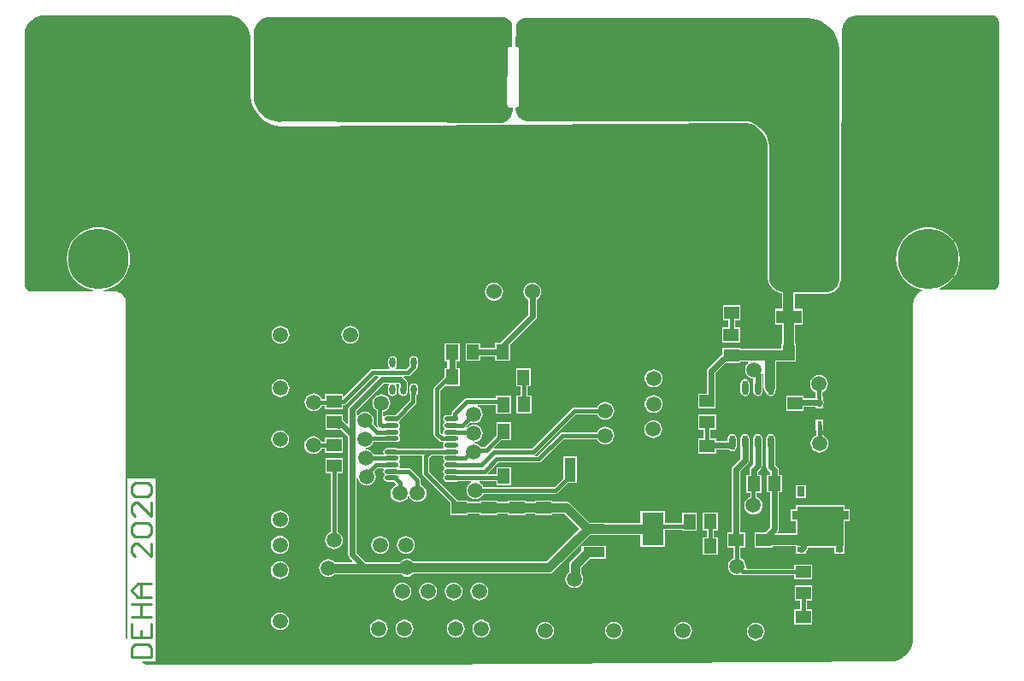
<source format=gtl>
G04*
G04 #@! TF.GenerationSoftware,Altium Limited,Altium Designer,19.1.9 (167)*
G04*
G04 Layer_Physical_Order=1*
G04 Layer_Color=255*
%FSLAX44Y44*%
%MOMM*%
G71*
G01*
G75*
G04:AMPARAMS|DCode=10|XSize=10.524mm|YSize=6.524mm|CornerRadius=3.262mm|HoleSize=0mm|Usage=FLASHONLY|Rotation=180.000|XOffset=0mm|YOffset=0mm|HoleType=Round|Shape=RoundedRectangle|*
%AMROUNDEDRECTD10*
21,1,10.5240,0.0000,0,0,180.0*
21,1,4.0000,6.5240,0,0,180.0*
1,1,6.5240,-2.0000,0.0000*
1,1,6.5240,2.0000,0.0000*
1,1,6.5240,2.0000,0.0000*
1,1,6.5240,-2.0000,0.0000*
%
%ADD10ROUNDEDRECTD10*%
%ADD11R,0.4950X0.9050*%
%ADD12R,0.7500X0.5750*%
%ADD13R,4.5600X3.9550*%
%ADD14R,0.7500X1.0000*%
%ADD15O,0.6000X1.0000*%
%ADD16O,0.6000X1.4500*%
%ADD17R,3.2000X2.5100*%
%ADD18O,1.4000X0.4500*%
%ADD19R,1.1400X2.4300*%
%ADD20R,2.1500X1.0000*%
%ADD21R,2.1500X3.2500*%
%ADD22R,0.4500X0.8500*%
%ADD23R,1.2500X1.5000*%
%ADD24R,1.5000X1.2000*%
%ADD25R,2.5000X1.3000*%
G04:AMPARAMS|DCode=26|XSize=10mm|YSize=6mm|CornerRadius=3mm|HoleSize=0mm|Usage=FLASHONLY|Rotation=0.000|XOffset=0mm|YOffset=0mm|HoleType=Round|Shape=RoundedRectangle|*
%AMROUNDEDRECTD26*
21,1,10.0000,0.0000,0,0,0.0*
21,1,4.0000,6.0000,0,0,0.0*
1,1,6.0000,2.0000,0.0000*
1,1,6.0000,-2.0000,0.0000*
1,1,6.0000,-2.0000,0.0000*
1,1,6.0000,2.0000,0.0000*
%
%ADD26ROUNDEDRECTD26*%
%ADD27R,1.5000X1.2500*%
%ADD28C,0.6000*%
%ADD29C,1.0000*%
%ADD30C,0.4000*%
%ADD31C,0.9000*%
%ADD32C,0.2540*%
%ADD33C,1.5240*%
%ADD34C,6.0000*%
%ADD35C,1.5000*%
G04:AMPARAMS|DCode=36|XSize=5.97mm|YSize=2.043mm|CornerRadius=1.0215mm|HoleSize=0mm|Usage=FLASHONLY|Rotation=0.000|XOffset=0mm|YOffset=0mm|HoleType=Round|Shape=RoundedRectangle|*
%AMROUNDEDRECTD36*
21,1,5.9700,0.0000,0,0,0.0*
21,1,3.9270,2.0430,0,0,0.0*
1,1,2.0430,1.9635,0.0000*
1,1,2.0430,-1.9635,0.0000*
1,1,2.0430,-1.9635,0.0000*
1,1,2.0430,1.9635,0.0000*
%
%ADD36ROUNDEDRECTD36*%
G36*
X751482Y1164750D02*
X751482Y1164750D01*
X980250Y1164750D01*
X981087Y1164750D01*
X982729Y1164423D01*
X984276Y1163783D01*
X985668Y1162852D01*
X986852Y1161668D01*
X987783Y1160276D01*
X988423Y1158729D01*
X988681Y1157431D01*
X988750Y1156251D01*
Y1156250D01*
X988750D01*
X988750Y1156250D01*
Y1150750D01*
X988890Y1136742D01*
X987996Y1135840D01*
X987000D01*
X986509Y1135742D01*
X986020Y1135647D01*
X986015Y1135644D01*
X986009Y1135643D01*
X985593Y1135365D01*
X985177Y1135090D01*
X985174Y1135085D01*
X985169Y1135081D01*
X984892Y1134667D01*
X984612Y1134252D01*
X984611Y1134246D01*
X984607Y1134241D01*
X984510Y1133752D01*
X984410Y1133262D01*
X984160Y1078262D01*
X984161Y1078256D01*
X984160Y1078250D01*
X984258Y1077759D01*
X984353Y1077270D01*
X984356Y1077265D01*
X984357Y1077259D01*
X984635Y1076843D01*
X984911Y1076427D01*
X984915Y1076424D01*
X984919Y1076419D01*
X985332Y1076143D01*
X985748Y1075862D01*
X985754Y1075861D01*
X985759Y1075857D01*
X986248Y1075760D01*
X986738Y1075660D01*
X986744Y1075661D01*
X986750Y1075660D01*
X989498D01*
X989500Y1075500D01*
X989685Y1074275D01*
X989599Y1071797D01*
X989061Y1069378D01*
X988087Y1067098D01*
X986712Y1065035D01*
X984982Y1063260D01*
X982956Y1061832D01*
X980702Y1060800D01*
X979500Y1060500D01*
X979500Y1060500D01*
X979500Y1060500D01*
X760769Y1061430D01*
X758935Y1061298D01*
X755266Y1061561D01*
X751673Y1062344D01*
X748228Y1063633D01*
X745002Y1065399D01*
X742061Y1067609D01*
X739466Y1070215D01*
X737270Y1073165D01*
X735517Y1076398D01*
X734243Y1079848D01*
X733475Y1083445D01*
X733227Y1087115D01*
X733367Y1088948D01*
X733367Y1088948D01*
X733367Y1149466D01*
Y1151159D01*
X734098Y1154465D01*
X735524Y1157535D01*
X737580Y1160225D01*
X740167Y1162408D01*
X743165Y1163981D01*
X746432Y1164871D01*
X749813Y1165034D01*
X751482Y1164750D01*
D02*
G37*
G36*
X1280875Y1163875D02*
X1280875Y1163875D01*
X1280875Y1163875D01*
X1282985Y1163875D01*
X1287170Y1163324D01*
X1291247Y1162232D01*
X1295146Y1160616D01*
X1298802Y1158506D01*
X1302150Y1155937D01*
X1305135Y1152952D01*
X1307704Y1149604D01*
X1309815Y1145948D01*
X1311430Y1142049D01*
X1312522Y1137972D01*
X1313073Y1133787D01*
X1313073Y1131677D01*
X1313073Y905823D01*
X1313073Y905823D01*
X1313073Y904511D01*
X1312561Y901937D01*
X1311557Y899512D01*
X1310099Y897330D01*
X1308243Y895474D01*
X1306061Y894016D01*
X1303636Y893012D01*
X1301062Y892500D01*
X1299750Y892500D01*
X1258748Y892500D01*
X1258748Y892500D01*
X1257246Y892500D01*
X1254301Y893086D01*
X1251525Y894235D01*
X1249028Y895904D01*
X1246904Y898028D01*
X1245235Y900526D01*
X1244086Y903301D01*
X1243500Y906247D01*
X1243500Y907748D01*
X1243500Y1035500D01*
X1243500D01*
X1243443Y1037233D01*
X1242991Y1040670D01*
X1242094Y1044018D01*
X1240767Y1047221D01*
X1239034Y1050223D01*
X1236924Y1052973D01*
X1234473Y1055424D01*
X1231723Y1057534D01*
X1228721Y1059267D01*
X1225518Y1060594D01*
X1222170Y1061491D01*
X1218733Y1061943D01*
X1217000Y1062000D01*
X1032250Y1062000D01*
X1005000D01*
X1003742Y1061992D01*
X1001272Y1062472D01*
X998945Y1063428D01*
X996851Y1064823D01*
X995072Y1066602D01*
X993678Y1068695D01*
X992722Y1071022D01*
X992243Y1073492D01*
X992255Y1075660D01*
X993250D01*
X994241Y1075857D01*
X995081Y1076419D01*
X995643Y1077259D01*
X995840Y1078250D01*
Y1133250D01*
X995643Y1134241D01*
X995081Y1135081D01*
X994241Y1135643D01*
X993250Y1135840D01*
X992618Y1136475D01*
X992729Y1154975D01*
X992729Y1154975D01*
X992729Y1154976D01*
X992796Y1156157D01*
X993082Y1157563D01*
X993755Y1159177D01*
X994727Y1160630D01*
X995963Y1161868D01*
X997415Y1162843D01*
X999027Y1163518D01*
X1000741Y1163869D01*
X1001615Y1163875D01*
X1280875Y1163875D01*
D02*
G37*
G36*
X1330763Y1166511D02*
X1466710Y1166487D01*
X1468706Y1164956D01*
X1470314Y1162860D01*
X1471325Y1160419D01*
X1471666Y1157828D01*
X1471660Y1157800D01*
Y1144000D01*
Y911500D01*
Y903849D01*
X1471666Y903821D01*
X1471325Y901230D01*
X1470314Y898789D01*
X1468706Y896693D01*
X1466787Y895221D01*
X1412021Y894947D01*
X1411765Y896216D01*
X1414990Y897552D01*
X1419187Y900124D01*
X1422930Y903320D01*
X1426126Y907063D01*
X1428698Y911260D01*
X1430582Y915807D01*
X1431730Y920593D01*
X1432117Y925500D01*
X1431730Y930407D01*
X1430582Y935193D01*
X1428698Y939740D01*
X1426126Y943937D01*
X1422930Y947680D01*
X1419187Y950876D01*
X1414990Y953448D01*
X1410443Y955331D01*
X1405657Y956480D01*
X1400750Y956867D01*
X1395843Y956480D01*
X1391057Y955331D01*
X1386510Y953448D01*
X1382313Y950876D01*
X1378570Y947680D01*
X1375374Y943937D01*
X1372802Y939740D01*
X1370918Y935193D01*
X1369769Y930407D01*
X1369383Y925500D01*
X1369769Y920593D01*
X1370918Y915807D01*
X1372802Y911260D01*
X1375374Y907063D01*
X1378570Y903320D01*
X1382313Y900124D01*
X1386510Y897552D01*
X1391057Y895668D01*
X1394766Y894778D01*
X1394873Y893446D01*
X1393895Y893037D01*
X1391382Y891347D01*
X1389246Y889200D01*
X1387569Y886679D01*
X1386413Y883880D01*
X1385824Y880909D01*
X1385750Y879395D01*
X1385750Y548576D01*
X1385749Y548575D01*
X1385748Y546420D01*
X1384911Y542192D01*
X1383268Y538206D01*
X1380883Y534616D01*
X1377845Y531558D01*
X1374272Y529147D01*
X1370298Y527477D01*
X1366076Y526611D01*
X1363920Y526596D01*
X890734Y523340D01*
X627543D01*
X626819Y523534D01*
X623180Y525041D01*
X622380Y525503D01*
X622709Y526730D01*
X635520D01*
Y707627D01*
X607906D01*
Y548738D01*
X606636Y548654D01*
X606449Y550082D01*
Y552051D01*
X606449Y627750D01*
X606447Y882301D01*
X606447Y882301D01*
X606447Y882301D01*
X606447Y882307D01*
X606395Y883374D01*
X606370Y883500D01*
X605976Y885479D01*
X605155Y887462D01*
X603963Y889247D01*
X602445Y890765D01*
X600660Y891958D01*
X598677Y892779D01*
X596572Y893198D01*
X595499Y893251D01*
X584220Y893251D01*
X584157Y894520D01*
X588943Y895668D01*
X593490Y897552D01*
X597687Y900124D01*
X601430Y903320D01*
X604626Y907063D01*
X607198Y911260D01*
X609081Y915807D01*
X610230Y920593D01*
X610617Y925500D01*
X610230Y930407D01*
X609081Y935193D01*
X607198Y939740D01*
X604626Y943937D01*
X601430Y947680D01*
X597687Y950876D01*
X593490Y953448D01*
X588943Y955331D01*
X584157Y956480D01*
X579250Y956867D01*
X574343Y956480D01*
X569557Y955331D01*
X565010Y953448D01*
X560813Y950876D01*
X557070Y947680D01*
X553874Y943937D01*
X551302Y939740D01*
X549418Y935193D01*
X548270Y930407D01*
X547883Y925500D01*
X548270Y920593D01*
X549418Y915807D01*
X551302Y911260D01*
X553874Y907063D01*
X557070Y903320D01*
X560813Y900124D01*
X565010Y897552D01*
X569557Y895668D01*
X574343Y894520D01*
X574283Y893250D01*
X511342Y893249D01*
X510890Y893436D01*
X508794Y895044D01*
X507186Y897140D01*
X506175Y899581D01*
X505834Y902172D01*
X505840Y902200D01*
Y911000D01*
Y1150405D01*
X506259Y1152514D01*
X507749Y1156110D01*
X509911Y1159346D01*
X512664Y1162099D01*
X515900Y1164261D01*
X519496Y1165751D01*
X523314Y1166510D01*
X525260Y1166510D01*
X706739Y1166510D01*
X706739Y1166510D01*
Y1166510D01*
X709030Y1166510D01*
X713524Y1165617D01*
X717757Y1163863D01*
X721567Y1161318D01*
X724807Y1158078D01*
X727353Y1154268D01*
X729106Y1150035D01*
X730000Y1145541D01*
Y1143250D01*
Y1088300D01*
X730067Y1086240D01*
X730604Y1082155D01*
X731668Y1078175D01*
X733242Y1074367D01*
X735299Y1070797D01*
X737803Y1067525D01*
X740712Y1064608D01*
X743977Y1062094D01*
X747541Y1060027D01*
X751344Y1058443D01*
X755321Y1057367D01*
X759405Y1056818D01*
X761464Y1056745D01*
X1220668Y1060302D01*
X1221901Y1060140D01*
X1225075Y1059289D01*
X1228111Y1058032D01*
X1230957Y1056388D01*
X1233564Y1054388D01*
X1235888Y1052064D01*
X1237888Y1049457D01*
X1239532Y1046611D01*
X1240789Y1043575D01*
X1241640Y1040401D01*
X1242072Y1037121D01*
X1242125Y1035477D01*
X1242125Y907748D01*
X1242125Y906247D01*
X1242179Y906116D01*
X1242152Y905978D01*
X1242738Y903032D01*
X1242816Y902915D01*
Y902775D01*
X1243965Y899999D01*
X1244065Y899900D01*
X1244092Y899762D01*
X1245761Y897264D01*
X1245878Y897186D01*
X1245932Y897056D01*
X1248056Y894932D01*
X1248186Y894878D01*
X1248264Y894761D01*
X1250762Y893092D01*
X1250900Y893065D01*
X1250999Y892965D01*
X1253774Y891816D01*
X1253915D01*
X1254032Y891738D01*
X1256170Y891312D01*
Y876020D01*
X1249230D01*
Y860480D01*
X1256607D01*
Y841477D01*
X1255230D01*
Y836361D01*
X1215020D01*
Y837270D01*
X1197480D01*
Y831275D01*
X1196390Y830547D01*
X1183212Y817369D01*
X1182268Y815956D01*
X1181936Y814290D01*
Y792075D01*
X1173020D01*
Y777035D01*
X1190560D01*
Y787384D01*
X1190644Y787805D01*
Y812487D01*
X1200387Y822230D01*
X1215020D01*
Y823575D01*
X1222258D01*
X1222689Y822305D01*
X1222245Y821965D01*
X1220839Y820133D01*
X1219956Y817999D01*
X1219654Y815710D01*
X1219956Y813421D01*
X1220839Y811287D01*
X1222245Y809455D01*
X1224077Y808049D01*
X1226211Y807166D01*
X1227946Y806937D01*
Y793750D01*
X1228278Y792084D01*
X1229221Y790671D01*
X1230634Y789728D01*
X1232300Y789396D01*
X1233966Y789728D01*
X1235378Y790671D01*
X1236322Y792084D01*
X1236654Y793750D01*
Y802250D01*
Y810016D01*
X1236387Y811358D01*
X1236691Y811766D01*
X1237961Y811345D01*
Y798647D01*
X1238447Y796200D01*
X1239833Y794126D01*
X1240685Y793557D01*
X1240978Y792084D01*
X1241921Y790671D01*
X1243334Y789728D01*
X1245000Y789396D01*
X1246666Y789728D01*
X1248079Y790671D01*
X1249022Y792084D01*
X1249354Y793750D01*
Y794845D01*
X1250259Y796200D01*
X1250746Y798647D01*
Y823575D01*
X1261261D01*
X1263082Y823938D01*
X1270270D01*
Y841477D01*
X1269393D01*
Y860480D01*
X1276770D01*
Y876020D01*
X1268955D01*
Y891125D01*
X1299750Y891125D01*
X1301062Y891125D01*
X1301192Y891179D01*
X1301330Y891152D01*
X1303904Y891664D01*
X1304021Y891742D01*
X1304162D01*
X1306587Y892746D01*
X1306687Y892846D01*
X1306825Y892873D01*
X1309007Y894331D01*
X1309085Y894448D01*
X1309215Y894502D01*
X1311071Y896358D01*
X1311125Y896488D01*
X1311242Y896566D01*
X1312700Y898748D01*
X1312727Y898887D01*
X1312827Y898986D01*
X1313831Y901411D01*
Y901552D01*
X1313909Y901669D01*
X1314421Y904243D01*
X1314394Y904381D01*
X1314448Y904511D01*
X1314448Y905823D01*
X1314448Y905823D01*
X1314448Y1061028D01*
X1315500Y1061037D01*
X1315500Y1151251D01*
X1315500Y1151251D01*
X1315500Y1151251D01*
X1315500Y1152754D01*
X1316086Y1155703D01*
X1317237Y1158480D01*
X1318907Y1160980D01*
X1321033Y1163105D01*
X1323533Y1164775D01*
X1326311Y1165926D01*
X1329260Y1166512D01*
X1330763Y1166511D01*
D02*
G37*
%LPC*%
G36*
X971020Y901971D02*
X968699Y901665D01*
X966537Y900769D01*
X964680Y899344D01*
X963255Y897487D01*
X962359Y895325D01*
X962053Y893004D01*
X962359Y890683D01*
X963255Y888521D01*
X964680Y886664D01*
X966537Y885239D01*
X968699Y884343D01*
X971020Y884037D01*
X973341Y884343D01*
X975503Y885239D01*
X977360Y886664D01*
X978785Y888521D01*
X979681Y890683D01*
X979987Y893004D01*
X979681Y895325D01*
X978785Y897487D01*
X977360Y899344D01*
X975503Y900769D01*
X973341Y901665D01*
X971020Y901971D01*
D02*
G37*
G36*
X1215270Y879812D02*
X1197730D01*
Y864772D01*
X1203166D01*
Y857770D01*
X1197230D01*
Y842730D01*
X1214770D01*
Y857770D01*
X1209834D01*
Y864772D01*
X1215270D01*
Y879812D01*
D02*
G37*
G36*
X828750Y859261D02*
X826461Y858959D01*
X824327Y858076D01*
X822495Y856670D01*
X821089Y854838D01*
X820206Y852704D01*
X819904Y850415D01*
X820206Y848126D01*
X821089Y845992D01*
X822495Y844160D01*
X824327Y842755D01*
X826461Y841871D01*
X828750Y841569D01*
X831039Y841871D01*
X833173Y842755D01*
X835005Y844160D01*
X836411Y845992D01*
X837294Y848126D01*
X837596Y850415D01*
X837294Y852704D01*
X836411Y854838D01*
X835005Y856670D01*
X833173Y858076D01*
X831039Y858959D01*
X828750Y859261D01*
D02*
G37*
G36*
X759500D02*
X757211Y858959D01*
X755077Y858076D01*
X753245Y856670D01*
X751840Y854838D01*
X750956Y852704D01*
X750654Y850415D01*
X750956Y848126D01*
X751840Y845992D01*
X753245Y844160D01*
X755077Y842755D01*
X757211Y841871D01*
X759500Y841569D01*
X761789Y841871D01*
X763923Y842755D01*
X765755Y844160D01*
X767161Y845992D01*
X768044Y848126D01*
X768346Y850415D01*
X768044Y852704D01*
X767161Y854838D01*
X765755Y856670D01*
X763923Y858076D01*
X761789Y858959D01*
X759500Y859261D01*
D02*
G37*
G36*
X1009020Y901971D02*
X1006699Y901665D01*
X1004537Y900769D01*
X1002680Y899344D01*
X1001255Y897487D01*
X1000359Y895325D01*
X1000053Y893004D01*
X1000359Y890683D01*
X1001255Y888521D01*
X1002680Y886664D01*
X1004537Y885239D01*
X1004666Y885185D01*
Y870323D01*
X976672Y842328D01*
X976632Y842270D01*
X972230D01*
Y837729D01*
X957770D01*
Y842020D01*
X942730D01*
Y824480D01*
X957770D01*
Y829021D01*
X972230D01*
Y824730D01*
X987270D01*
Y840613D01*
X1012098Y865442D01*
X1013042Y866854D01*
X1013374Y868520D01*
Y885185D01*
X1013503Y885239D01*
X1015360Y886664D01*
X1016785Y888521D01*
X1017681Y890683D01*
X1017987Y893004D01*
X1017681Y895325D01*
X1016785Y897487D01*
X1015360Y899344D01*
X1013503Y900769D01*
X1011341Y901665D01*
X1009020Y901971D01*
D02*
G37*
G36*
X1129000Y816096D02*
X1126711Y815794D01*
X1124577Y814911D01*
X1122745Y813505D01*
X1121339Y811673D01*
X1120456Y809539D01*
X1120154Y807250D01*
X1120456Y804961D01*
X1121339Y802827D01*
X1122745Y800995D01*
X1124577Y799589D01*
X1126711Y798706D01*
X1129000Y798404D01*
X1131289Y798706D01*
X1133423Y799589D01*
X1135255Y800995D01*
X1136661Y802827D01*
X1137544Y804961D01*
X1137846Y807250D01*
X1137544Y809539D01*
X1136661Y811673D01*
X1135255Y813505D01*
X1133423Y814911D01*
X1131289Y815794D01*
X1129000Y816096D01*
D02*
G37*
G36*
X1219600Y806604D02*
X1217934Y806272D01*
X1216522Y805329D01*
X1215578Y803916D01*
X1215246Y802250D01*
Y793750D01*
X1215578Y792084D01*
X1216522Y790671D01*
X1217934Y789728D01*
X1219600Y789396D01*
X1221266Y789728D01*
X1222679Y790671D01*
X1223622Y792084D01*
X1223954Y793750D01*
Y802250D01*
X1223622Y803916D01*
X1222679Y805329D01*
X1221266Y806272D01*
X1219600Y806604D01*
D02*
G37*
G36*
X759500Y806178D02*
X757211Y805877D01*
X755077Y804993D01*
X753245Y803587D01*
X751840Y801755D01*
X750956Y799622D01*
X750654Y797333D01*
X750956Y795043D01*
X751840Y792910D01*
X753245Y791078D01*
X755077Y789672D01*
X757211Y788788D01*
X759500Y788487D01*
X761789Y788788D01*
X763923Y789672D01*
X765755Y791078D01*
X767161Y792910D01*
X768044Y795043D01*
X768346Y797333D01*
X768044Y799622D01*
X767161Y801755D01*
X765755Y803587D01*
X763923Y804993D01*
X761789Y805877D01*
X759500Y806178D01*
D02*
G37*
G36*
X1293000Y810346D02*
X1290711Y810044D01*
X1288577Y809161D01*
X1286745Y807755D01*
X1285340Y805923D01*
X1284456Y803790D01*
X1284154Y801500D01*
X1284456Y799211D01*
X1285340Y797077D01*
X1286745Y795245D01*
X1288577Y793839D01*
X1289666Y793389D01*
Y788115D01*
X1288466Y787636D01*
X1277813D01*
Y789730D01*
X1260273D01*
Y774690D01*
X1277813D01*
Y778929D01*
X1289740D01*
Y777763D01*
X1296780D01*
Y780865D01*
X1297282Y781616D01*
X1297614Y783282D01*
X1297282Y784949D01*
X1296780Y785700D01*
Y788802D01*
X1296334D01*
Y793389D01*
X1297423Y793839D01*
X1299255Y795245D01*
X1300661Y797077D01*
X1301544Y799211D01*
X1301846Y801500D01*
X1301544Y803790D01*
X1300661Y805923D01*
X1299255Y807755D01*
X1297423Y809161D01*
X1295289Y810044D01*
X1293000Y810346D01*
D02*
G37*
G36*
X1129000Y790596D02*
X1126711Y790294D01*
X1124577Y789411D01*
X1122745Y788005D01*
X1121339Y786173D01*
X1120456Y784039D01*
X1120154Y781750D01*
X1120456Y779461D01*
X1121339Y777327D01*
X1122745Y775495D01*
X1124577Y774089D01*
X1126711Y773206D01*
X1129000Y772904D01*
X1131289Y773206D01*
X1133423Y774089D01*
X1135255Y775495D01*
X1136661Y777327D01*
X1137544Y779461D01*
X1137846Y781750D01*
X1137544Y784039D01*
X1136661Y786173D01*
X1135255Y788005D01*
X1133423Y789411D01*
X1131289Y790294D01*
X1129000Y790596D01*
D02*
G37*
G36*
X1007770Y816770D02*
X992730D01*
Y799230D01*
X997416D01*
Y790020D01*
X993230D01*
Y772480D01*
X1008270D01*
Y790020D01*
X1004084D01*
Y799230D01*
X1007770D01*
Y816770D01*
D02*
G37*
G36*
X1128750Y765596D02*
X1126461Y765294D01*
X1124327Y764411D01*
X1122495Y763005D01*
X1121089Y761173D01*
X1120206Y759040D01*
X1119904Y756750D01*
X1120206Y754461D01*
X1121089Y752327D01*
X1122495Y750495D01*
X1124327Y749090D01*
X1126461Y748206D01*
X1128750Y747904D01*
X1131039Y748206D01*
X1133173Y749090D01*
X1135005Y750495D01*
X1136411Y752327D01*
X1137294Y754461D01*
X1137596Y756750D01*
X1137294Y759040D01*
X1136411Y761173D01*
X1135005Y763005D01*
X1133173Y764411D01*
X1131039Y765294D01*
X1128750Y765596D01*
D02*
G37*
G36*
X937270Y841770D02*
X922230D01*
Y824230D01*
X924896D01*
Y817270D01*
X921730D01*
Y808445D01*
X912142Y798857D01*
X911420Y797776D01*
X911166Y796500D01*
Y752250D01*
X911420Y750974D01*
X912142Y749893D01*
X916892Y745143D01*
X917974Y744420D01*
X919250Y744166D01*
X920355D01*
X921033Y742896D01*
X920684Y742374D01*
X920411Y741000D01*
X920684Y739627D01*
X921033Y739104D01*
X920355Y737834D01*
X875781D01*
X874500Y738089D01*
X865000D01*
X863627Y737816D01*
X862462Y737038D01*
X861684Y735873D01*
X861411Y734500D01*
X861684Y733127D01*
X862033Y732604D01*
X861355Y731334D01*
X851978D01*
X851527Y732423D01*
X850122Y734255D01*
X848289Y735661D01*
X846156Y736544D01*
X844245Y736796D01*
Y738077D01*
X845587Y738254D01*
X847721Y739137D01*
X849553Y740543D01*
X850958Y742375D01*
X851740Y744262D01*
X863511D01*
X863627Y744184D01*
X865000Y743911D01*
X874500D01*
X875873Y744184D01*
X877038Y744962D01*
X877816Y746127D01*
X878089Y747500D01*
X877816Y748874D01*
X877085Y749967D01*
X876922Y750324D01*
Y751385D01*
X877038Y751462D01*
X877816Y752627D01*
X878089Y754000D01*
X877816Y755374D01*
X877085Y756467D01*
X876922Y756824D01*
Y757676D01*
X877085Y758034D01*
X877816Y759127D01*
X878089Y760500D01*
X877816Y761873D01*
X877038Y763038D01*
X876922Y763115D01*
Y764385D01*
X877038Y764462D01*
X877816Y765627D01*
X877871Y765906D01*
X893357Y781393D01*
X894080Y782474D01*
X894334Y783750D01*
Y790508D01*
X894578Y790671D01*
X895522Y792084D01*
X895854Y793750D01*
Y797750D01*
X895522Y799416D01*
X894578Y800828D01*
X893166Y801772D01*
X891500Y802104D01*
X889834Y801772D01*
X888421Y800828D01*
X887478Y799416D01*
X887146Y797750D01*
Y793750D01*
X887478Y792084D01*
X887666Y791802D01*
Y785131D01*
X873124Y770589D01*
X865000D01*
X863627Y770316D01*
X862604Y769633D01*
X861977Y769795D01*
X861334Y770135D01*
Y774146D01*
X861789Y774206D01*
X863923Y775089D01*
X865755Y776495D01*
X867161Y778327D01*
X868044Y780461D01*
X868346Y782750D01*
X868044Y785039D01*
X867161Y787173D01*
X865755Y789005D01*
X863923Y790411D01*
X861789Y791294D01*
X859500Y791596D01*
X857211Y791294D01*
X855077Y790411D01*
X853245Y789005D01*
X851839Y787173D01*
X850956Y785039D01*
X850654Y782750D01*
X850956Y780461D01*
X851839Y778327D01*
X853245Y776495D01*
X854666Y775405D01*
Y762250D01*
X854920Y760974D01*
X855642Y759893D01*
X855999Y759536D01*
X855581Y758158D01*
X855353Y758112D01*
X851343Y762122D01*
X851794Y763211D01*
X852096Y765500D01*
X851794Y767789D01*
X850911Y769923D01*
X849505Y771755D01*
X847673Y773161D01*
X845539Y774044D01*
X843250Y774346D01*
X840961Y774044D01*
X838827Y773161D01*
X836995Y771755D01*
X836374Y770945D01*
X835104Y771376D01*
Y774697D01*
X862303Y801896D01*
X866734D01*
X867058Y801393D01*
X867287Y800626D01*
X866478Y799416D01*
X866146Y797750D01*
Y793750D01*
X866478Y792084D01*
X867421Y790671D01*
X868834Y789728D01*
X870500Y789396D01*
X872166Y789728D01*
X873578Y790671D01*
X874522Y792084D01*
X874854Y793750D01*
Y797750D01*
X874522Y799416D01*
X873714Y800626D01*
X873942Y801393D01*
X874266Y801896D01*
X875697D01*
X876661Y800932D01*
Y797824D01*
X876646Y797750D01*
Y793750D01*
X876978Y792084D01*
X877922Y790671D01*
X879334Y789728D01*
X881000Y789396D01*
X882666Y789728D01*
X884079Y790671D01*
X885022Y792084D01*
X885354Y793750D01*
Y797691D01*
X885368Y797765D01*
Y802735D01*
X885037Y804401D01*
X884093Y805814D01*
X881511Y808396D01*
X882037Y809666D01*
X885750D01*
X887026Y809920D01*
X888108Y810642D01*
X893857Y816393D01*
X894580Y817474D01*
X894637Y817759D01*
X895522Y819084D01*
X895854Y820750D01*
Y824750D01*
X895522Y826416D01*
X894578Y827829D01*
X893166Y828772D01*
X891500Y829104D01*
X889834Y828772D01*
X888421Y827829D01*
X887478Y826416D01*
X887146Y824750D01*
Y820750D01*
X887418Y819383D01*
X884369Y816334D01*
X873863D01*
X873477Y817604D01*
X873578Y817672D01*
X874522Y819084D01*
X874854Y820750D01*
Y824750D01*
X874522Y826416D01*
X873578Y827829D01*
X872166Y828772D01*
X870500Y829104D01*
X868834Y828772D01*
X867421Y827829D01*
X866478Y826416D01*
X866146Y824750D01*
Y820750D01*
X866478Y819084D01*
X867421Y817672D01*
X867522Y817604D01*
X867137Y816334D01*
X851000D01*
X849724Y816080D01*
X848643Y815358D01*
X822443Y789158D01*
X821270Y789644D01*
Y791520D01*
X803730D01*
Y786834D01*
X800362D01*
X799911Y787923D01*
X798505Y789755D01*
X796673Y791161D01*
X794539Y792044D01*
X792250Y792346D01*
X789961Y792044D01*
X787827Y791161D01*
X785995Y789755D01*
X784589Y787923D01*
X783706Y785789D01*
X783404Y783500D01*
X783706Y781211D01*
X784589Y779077D01*
X785995Y777245D01*
X787827Y775839D01*
X789961Y774956D01*
X792250Y774654D01*
X794539Y774956D01*
X796673Y775839D01*
X798505Y777245D01*
X799911Y779077D01*
X800362Y780166D01*
X803730D01*
Y776480D01*
X821270D01*
Y780666D01*
X822000D01*
X823276Y780920D01*
X824358Y781643D01*
X852381Y809666D01*
X855963D01*
X856489Y808396D01*
X827672Y779578D01*
X826728Y778166D01*
X826396Y776500D01*
Y762920D01*
X825223Y762434D01*
X822328Y765329D01*
X821520Y765869D01*
Y771020D01*
X803980D01*
Y755980D01*
X816830D01*
X817250Y755896D01*
X817671Y755980D01*
X819363D01*
X826396Y748947D01*
Y632500D01*
X826728Y630834D01*
X827672Y629422D01*
X830662Y626431D01*
X830176Y625258D01*
X813194D01*
X813005Y625505D01*
X811173Y626911D01*
X809040Y627794D01*
X806750Y628096D01*
X804461Y627794D01*
X802327Y626911D01*
X800495Y625505D01*
X799090Y623673D01*
X798206Y621539D01*
X797904Y619250D01*
X798206Y616961D01*
X799090Y614827D01*
X800495Y612995D01*
X802327Y611590D01*
X804461Y610706D01*
X806750Y610404D01*
X809040Y610706D01*
X811173Y611590D01*
X813005Y612995D01*
X813386Y613492D01*
X878306D01*
X878495Y613245D01*
X880327Y611839D01*
X882461Y610956D01*
X884750Y610654D01*
X887039Y610956D01*
X889173Y611839D01*
X891005Y613245D01*
X891290Y613617D01*
X1025500D01*
X1025500Y613617D01*
X1027751Y614065D01*
X1029660Y615340D01*
X1066050Y651730D01*
X1081770D01*
Y652117D01*
X1116230D01*
Y640480D01*
X1140270D01*
Y657436D01*
X1157040D01*
Y656250D01*
X1172080D01*
Y673790D01*
X1157040D01*
Y664104D01*
X1140270D01*
Y675520D01*
X1116230D01*
Y663883D01*
X1081770D01*
Y664270D01*
X1066050D01*
X1047410Y682910D01*
X1045501Y684185D01*
X1043250Y684633D01*
X1043250Y684633D01*
X1028943D01*
Y686270D01*
X1011403D01*
Y684633D01*
X1002443D01*
Y686270D01*
X984903D01*
Y684633D01*
X974503D01*
Y686270D01*
X956963D01*
Y684633D01*
X945063D01*
Y686270D01*
X934876D01*
X934651Y686608D01*
X906584Y714674D01*
Y728548D01*
X909202Y731166D01*
X920355D01*
X921033Y729896D01*
X920684Y729373D01*
X920411Y728000D01*
X920684Y726627D01*
X921462Y725462D01*
X921578Y725385D01*
Y724115D01*
X921462Y724038D01*
X920684Y722874D01*
X920411Y721500D01*
X920684Y720127D01*
X921415Y719034D01*
X921578Y718676D01*
Y717824D01*
X921415Y717467D01*
X920684Y716374D01*
X920411Y715000D01*
X920684Y713627D01*
X921462Y712462D01*
X921578Y712385D01*
Y711115D01*
X921462Y711038D01*
X920684Y709874D01*
X920411Y708500D01*
X920684Y707127D01*
X921462Y705962D01*
X922627Y705184D01*
X924000Y704911D01*
X933500D01*
X934781Y705166D01*
X947943D01*
X948195Y703896D01*
X948077Y703847D01*
X946245Y702441D01*
X944839Y700609D01*
X943956Y698476D01*
X943654Y696186D01*
X943956Y693897D01*
X944839Y691764D01*
X946245Y689932D01*
X948077Y688526D01*
X950211Y687642D01*
X952500Y687341D01*
X954790Y687642D01*
X956923Y688526D01*
X958755Y689932D01*
X960161Y691764D01*
X960612Y692852D01*
X1032386D01*
X1033662Y693106D01*
X1034744Y693829D01*
X1044245Y703330D01*
X1053470D01*
Y730170D01*
X1039530D01*
Y708045D01*
X1031005Y699520D01*
X960612D01*
X960161Y700609D01*
X958755Y702441D01*
X956923Y703847D01*
X956805Y703896D01*
X957057Y705166D01*
X973230D01*
Y701480D01*
X988270D01*
Y719020D01*
X973230D01*
Y711834D01*
X965095D01*
X964569Y713104D01*
X975131Y723666D01*
X1015500D01*
X1016776Y723920D01*
X1017858Y724642D01*
X1040381Y747166D01*
X1073139D01*
X1073589Y746077D01*
X1074995Y744245D01*
X1076827Y742840D01*
X1078961Y741956D01*
X1081250Y741654D01*
X1083540Y741956D01*
X1085673Y742840D01*
X1087505Y744245D01*
X1088911Y746077D01*
X1089794Y748211D01*
X1090096Y750500D01*
X1089794Y752790D01*
X1088911Y754923D01*
X1087505Y756755D01*
X1085673Y758161D01*
X1083540Y759044D01*
X1081250Y759346D01*
X1078961Y759044D01*
X1076827Y758161D01*
X1074995Y756755D01*
X1073589Y754923D01*
X1073139Y753834D01*
X1039000D01*
X1037724Y753580D01*
X1036643Y752858D01*
X1014119Y730334D01*
X1012061D01*
X1011676Y731604D01*
X1012108Y731892D01*
X1051881Y771666D01*
X1073139D01*
X1073589Y770577D01*
X1074995Y768745D01*
X1076827Y767339D01*
X1078961Y766456D01*
X1081250Y766154D01*
X1083540Y766456D01*
X1085673Y767339D01*
X1087505Y768745D01*
X1088911Y770577D01*
X1089794Y772711D01*
X1090096Y775000D01*
X1089794Y777290D01*
X1088911Y779423D01*
X1087505Y781255D01*
X1085673Y782661D01*
X1083540Y783544D01*
X1081250Y783846D01*
X1078961Y783544D01*
X1076827Y782661D01*
X1074995Y781255D01*
X1073589Y779423D01*
X1073139Y778334D01*
X1050500D01*
X1049224Y778080D01*
X1048142Y777358D01*
X1008369Y737584D01*
X971345D01*
X971158Y737802D01*
X970743Y738778D01*
X977945Y745980D01*
X988270D01*
Y763520D01*
X973230D01*
Y750695D01*
X961724Y739189D01*
X957881D01*
X957255Y740005D01*
X955423Y741411D01*
X953289Y742294D01*
X951844Y742485D01*
Y743765D01*
X953289Y743956D01*
X955423Y744839D01*
X957255Y746245D01*
X958661Y748077D01*
X959544Y750211D01*
X959846Y752500D01*
X959544Y754789D01*
X958661Y756923D01*
X957255Y758755D01*
X955423Y760161D01*
X953289Y761044D01*
X951000Y761346D01*
X948711Y761044D01*
X946577Y760161D01*
X944745Y758755D01*
X944092Y757903D01*
X943715Y757954D01*
X943261Y759296D01*
X947622Y763657D01*
X948711Y763206D01*
X951000Y762904D01*
X953289Y763206D01*
X955423Y764089D01*
X957255Y765495D01*
X958661Y767327D01*
X959544Y769461D01*
X959846Y771750D01*
X959544Y774039D01*
X958661Y776173D01*
X957255Y778005D01*
X955423Y779411D01*
X954855Y779646D01*
X955107Y780916D01*
X972730D01*
Y772230D01*
X987770D01*
Y789770D01*
X972730D01*
Y787584D01*
X944250D01*
X942974Y787330D01*
X941892Y786608D01*
X929893Y774608D01*
X929170Y773526D01*
X928916Y772250D01*
Y770589D01*
X924000D01*
X922627Y770316D01*
X921462Y769538D01*
X920684Y768373D01*
X920411Y767000D01*
X920684Y765627D01*
X921462Y764462D01*
X921578Y764385D01*
Y763115D01*
X921462Y763038D01*
X920684Y761873D01*
X920411Y760500D01*
X920684Y759127D01*
X921415Y758034D01*
X921578Y757676D01*
Y756824D01*
X921415Y756467D01*
X920684Y755374D01*
X920411Y754000D01*
X920684Y752627D01*
X920785Y752477D01*
X919798Y751667D01*
X917834Y753631D01*
Y795119D01*
X922445Y799730D01*
X936770D01*
Y817270D01*
X933604D01*
Y824230D01*
X937270D01*
Y841770D01*
D02*
G37*
G36*
X759250Y755678D02*
X756961Y755377D01*
X754827Y754493D01*
X752995Y753087D01*
X751590Y751255D01*
X750706Y749122D01*
X750404Y746833D01*
X750706Y744543D01*
X751590Y742410D01*
X752995Y740578D01*
X754827Y739172D01*
X756961Y738288D01*
X759250Y737987D01*
X761539Y738288D01*
X763673Y739172D01*
X765505Y740578D01*
X766911Y742410D01*
X767794Y744543D01*
X768096Y746833D01*
X767794Y749122D01*
X766911Y751255D01*
X765505Y753087D01*
X763673Y754493D01*
X761539Y755377D01*
X759250Y755678D01*
D02*
G37*
G36*
X1190810Y771575D02*
X1173270D01*
Y756535D01*
X1178706D01*
Y747542D01*
X1173270D01*
Y732503D01*
X1190810D01*
Y736396D01*
X1203671D01*
X1203821Y736171D01*
X1205234Y735228D01*
X1206900Y734896D01*
X1208566Y735228D01*
X1209978Y736171D01*
X1210922Y737584D01*
X1211254Y739250D01*
Y747750D01*
X1210922Y749416D01*
X1209978Y750828D01*
X1208566Y751772D01*
X1206900Y752104D01*
X1205234Y751772D01*
X1203821Y750828D01*
X1202878Y749416D01*
X1202546Y747750D01*
Y745104D01*
X1190810D01*
Y747542D01*
X1185374D01*
Y756535D01*
X1190810D01*
Y771575D01*
D02*
G37*
G36*
X1296780Y766302D02*
X1289740D01*
Y755263D01*
X1289926D01*
Y750552D01*
X1289022Y750178D01*
X1287190Y748772D01*
X1285784Y746940D01*
X1284901Y744807D01*
X1284599Y742517D01*
X1284901Y740228D01*
X1285784Y738095D01*
X1287190Y736263D01*
X1289022Y734857D01*
X1291156Y733973D01*
X1293445Y733672D01*
X1295735Y733973D01*
X1297868Y734857D01*
X1299700Y736263D01*
X1301106Y738095D01*
X1301989Y740228D01*
X1302291Y742517D01*
X1301989Y744807D01*
X1301106Y746940D01*
X1299700Y748772D01*
X1297868Y750178D01*
X1296594Y750706D01*
Y755263D01*
X1296780D01*
Y766302D01*
D02*
G37*
G36*
X792000Y749846D02*
X789711Y749544D01*
X787577Y748661D01*
X785745Y747255D01*
X784340Y745423D01*
X783456Y743289D01*
X783154Y741000D01*
X783456Y738711D01*
X784340Y736577D01*
X785745Y734745D01*
X787577Y733339D01*
X789711Y732456D01*
X792000Y732154D01*
X794289Y732456D01*
X796423Y733339D01*
X798255Y734745D01*
X799661Y736577D01*
X800112Y737666D01*
X803730D01*
Y733480D01*
X821270D01*
Y748520D01*
X803730D01*
Y744334D01*
X800112D01*
X799661Y745423D01*
X798255Y747255D01*
X796423Y748661D01*
X794289Y749544D01*
X792000Y749846D01*
D02*
G37*
G36*
X1280170Y701095D02*
X1270130D01*
Y688555D01*
X1280170D01*
Y701095D01*
D02*
G37*
G36*
X1232300Y752104D02*
X1230634Y751772D01*
X1229221Y750828D01*
X1228278Y749416D01*
X1227946Y747750D01*
Y739250D01*
Y722405D01*
X1225172Y719631D01*
X1224228Y718218D01*
X1223896Y716552D01*
Y711270D01*
X1220730D01*
Y693730D01*
X1224666D01*
Y689362D01*
X1223577Y688911D01*
X1221745Y687505D01*
X1220340Y685673D01*
X1219456Y683540D01*
X1219154Y681250D01*
X1219456Y678961D01*
X1220340Y676827D01*
X1221745Y674995D01*
X1223577Y673589D01*
X1225711Y672706D01*
X1228000Y672404D01*
X1230290Y672706D01*
X1232423Y673589D01*
X1234255Y674995D01*
X1235661Y676827D01*
X1236544Y678961D01*
X1236846Y681250D01*
X1236544Y683540D01*
X1235661Y685673D01*
X1234255Y687505D01*
X1232423Y688911D01*
X1231334Y689362D01*
Y693730D01*
X1235770D01*
Y711270D01*
X1232604D01*
Y714749D01*
X1235378Y717524D01*
X1236322Y718936D01*
X1236654Y720602D01*
Y743500D01*
Y747750D01*
X1236322Y749416D01*
X1235378Y750828D01*
X1233966Y751772D01*
X1232300Y752104D01*
D02*
G37*
G36*
X759000Y676346D02*
X756711Y676044D01*
X754577Y675161D01*
X752745Y673755D01*
X751339Y671923D01*
X750456Y669789D01*
X750154Y667500D01*
X750456Y665211D01*
X751339Y663077D01*
X752745Y661245D01*
X754577Y659839D01*
X756711Y658956D01*
X759000Y658654D01*
X761289Y658956D01*
X763423Y659839D01*
X765255Y661245D01*
X766661Y663077D01*
X767544Y665211D01*
X767846Y667500D01*
X767544Y669789D01*
X766661Y671923D01*
X765255Y673755D01*
X763423Y675161D01*
X761289Y676044D01*
X759000Y676346D01*
D02*
G37*
G36*
X821520Y728020D02*
X803980D01*
Y712980D01*
X809166D01*
Y654862D01*
X808077Y654411D01*
X806245Y653005D01*
X804839Y651173D01*
X803956Y649039D01*
X803654Y646750D01*
X803956Y644461D01*
X804839Y642327D01*
X806245Y640495D01*
X808077Y639090D01*
X810211Y638206D01*
X812500Y637904D01*
X814790Y638206D01*
X816923Y639090D01*
X818755Y640495D01*
X820161Y642327D01*
X821044Y644461D01*
X821346Y646750D01*
X821044Y649039D01*
X820161Y651173D01*
X818755Y653005D01*
X816923Y654411D01*
X815834Y654862D01*
Y712980D01*
X821520D01*
Y728020D01*
D02*
G37*
G36*
X759000Y651096D02*
X756711Y650794D01*
X754577Y649911D01*
X752745Y648505D01*
X751339Y646673D01*
X750456Y644539D01*
X750154Y642250D01*
X750456Y639961D01*
X751339Y637827D01*
X752745Y635995D01*
X754577Y634589D01*
X756711Y633706D01*
X759000Y633404D01*
X761289Y633706D01*
X763423Y634589D01*
X765255Y635995D01*
X766661Y637827D01*
X767544Y639961D01*
X767846Y642250D01*
X767544Y644539D01*
X766661Y646673D01*
X765255Y648505D01*
X763423Y649911D01*
X761289Y650794D01*
X759000Y651096D01*
D02*
G37*
G36*
X1245000Y752104D02*
X1243334Y751772D01*
X1241921Y750828D01*
X1240978Y749416D01*
X1240646Y747750D01*
Y739250D01*
Y719750D01*
X1240646Y719750D01*
X1240978Y718084D01*
X1241921Y716672D01*
X1244396Y714197D01*
Y711520D01*
X1241230D01*
Y693980D01*
X1244396D01*
Y659553D01*
X1239421Y654578D01*
X1239215Y654270D01*
X1229230D01*
Y639730D01*
X1246770D01*
Y640607D01*
X1270130D01*
Y633605D01*
X1274101D01*
X1275150Y633396D01*
X1275775D01*
X1276824Y633605D01*
X1280170D01*
Y635988D01*
X1280753Y636572D01*
X1281697Y637984D01*
X1281970Y639355D01*
X1308230D01*
Y633605D01*
X1312201D01*
X1313250Y633396D01*
X1314299Y633605D01*
X1318270D01*
Y639355D01*
Y665605D01*
X1323220D01*
Y677195D01*
X1318270D01*
Y681445D01*
X1270130D01*
Y677195D01*
X1265180D01*
Y665605D01*
X1270130D01*
Y653393D01*
X1252209D01*
X1251723Y654566D01*
X1251829Y654672D01*
X1252772Y656084D01*
X1253104Y657750D01*
Y693980D01*
X1256270D01*
Y711520D01*
X1253104D01*
Y716000D01*
X1252772Y717666D01*
X1251829Y719079D01*
X1249354Y721553D01*
Y743500D01*
Y747750D01*
X1249022Y749416D01*
X1248079Y750828D01*
X1246666Y751772D01*
X1245000Y752104D01*
D02*
G37*
G36*
X1192580Y674040D02*
X1177540D01*
Y656500D01*
X1181726D01*
Y649747D01*
X1177980D01*
Y632207D01*
X1193020D01*
Y649747D01*
X1188394D01*
Y656500D01*
X1192580D01*
Y674040D01*
D02*
G37*
G36*
X759000Y625846D02*
X756711Y625544D01*
X754577Y624660D01*
X752745Y623255D01*
X751339Y621423D01*
X750456Y619289D01*
X750154Y617000D01*
X750456Y614711D01*
X751339Y612577D01*
X752745Y610745D01*
X754577Y609339D01*
X756711Y608456D01*
X759000Y608154D01*
X761289Y608456D01*
X763423Y609339D01*
X765255Y610745D01*
X766661Y612577D01*
X767544Y614711D01*
X767846Y617000D01*
X767544Y619289D01*
X766661Y621423D01*
X765255Y623255D01*
X763423Y624660D01*
X761289Y625544D01*
X759000Y625846D01*
D02*
G37*
G36*
X1219600Y752104D02*
X1217934Y751772D01*
X1216522Y750828D01*
X1215578Y749416D01*
X1215246Y747750D01*
Y739250D01*
Y727653D01*
X1207702Y720109D01*
X1206759Y718697D01*
X1206427Y717031D01*
Y654270D01*
X1202230D01*
Y639730D01*
X1208416D01*
Y629112D01*
X1207327Y628661D01*
X1205495Y627255D01*
X1204089Y625423D01*
X1203206Y623289D01*
X1202904Y621000D01*
X1203206Y618711D01*
X1204089Y616577D01*
X1205495Y614745D01*
X1207327Y613339D01*
X1209461Y612456D01*
X1211750Y612154D01*
X1214039Y612456D01*
X1215128Y612907D01*
X1215143Y612892D01*
X1216224Y612170D01*
X1217500Y611916D01*
X1268480D01*
Y607730D01*
X1286020D01*
Y622770D01*
X1268480D01*
Y618584D01*
X1221559D01*
X1220445Y619854D01*
X1220596Y621000D01*
X1220294Y623289D01*
X1219411Y625423D01*
X1218005Y627255D01*
X1216173Y628661D01*
X1215084Y629112D01*
Y639730D01*
X1219770D01*
Y654270D01*
X1215135D01*
Y715228D01*
X1222679Y722772D01*
X1223622Y724184D01*
X1223954Y725850D01*
Y743500D01*
Y747750D01*
X1223622Y749416D01*
X1222679Y750828D01*
X1221266Y751772D01*
X1219600Y752104D01*
D02*
G37*
G36*
X1081770Y641270D02*
X1057730D01*
Y637050D01*
X1047048Y626368D01*
X1045773Y624459D01*
X1045325Y622208D01*
X1045325Y622208D01*
Y615083D01*
X1044245Y614255D01*
X1042840Y612423D01*
X1041956Y610289D01*
X1041654Y608000D01*
X1041956Y605711D01*
X1042840Y603577D01*
X1044245Y601745D01*
X1046077Y600340D01*
X1048211Y599456D01*
X1050500Y599154D01*
X1052790Y599456D01*
X1054923Y600340D01*
X1056755Y601745D01*
X1058161Y603577D01*
X1059044Y605711D01*
X1059346Y608000D01*
X1059044Y610289D01*
X1058161Y612423D01*
X1057091Y613817D01*
Y619771D01*
X1066050Y628730D01*
X1081770D01*
Y641270D01*
D02*
G37*
G36*
X956450Y604846D02*
X954161Y604544D01*
X952027Y603661D01*
X950195Y602255D01*
X948790Y600423D01*
X947906Y598289D01*
X947604Y596000D01*
X947906Y593711D01*
X948790Y591577D01*
X950195Y589745D01*
X952027Y588339D01*
X954161Y587456D01*
X956450Y587154D01*
X958739Y587456D01*
X960873Y588339D01*
X962705Y589745D01*
X964111Y591577D01*
X964994Y593711D01*
X965296Y596000D01*
X964994Y598289D01*
X964111Y600423D01*
X962705Y602255D01*
X960873Y603661D01*
X958739Y604544D01*
X956450Y604846D01*
D02*
G37*
G36*
X931050D02*
X928761Y604544D01*
X926627Y603661D01*
X924795Y602255D01*
X923390Y600423D01*
X922506Y598289D01*
X922204Y596000D01*
X922506Y593711D01*
X923390Y591577D01*
X924795Y589745D01*
X926627Y588339D01*
X928761Y587456D01*
X931050Y587154D01*
X933339Y587456D01*
X935473Y588339D01*
X937305Y589745D01*
X938711Y591577D01*
X939594Y593711D01*
X939896Y596000D01*
X939594Y598289D01*
X938711Y600423D01*
X937305Y602255D01*
X935473Y603661D01*
X933339Y604544D01*
X931050Y604846D01*
D02*
G37*
G36*
X905650D02*
X903361Y604544D01*
X901227Y603661D01*
X899395Y602255D01*
X897990Y600423D01*
X897106Y598289D01*
X896804Y596000D01*
X897106Y593711D01*
X897990Y591577D01*
X899395Y589745D01*
X901227Y588339D01*
X903361Y587456D01*
X905650Y587154D01*
X907940Y587456D01*
X910073Y588339D01*
X911905Y589745D01*
X913311Y591577D01*
X914194Y593711D01*
X914496Y596000D01*
X914194Y598289D01*
X913311Y600423D01*
X911905Y602255D01*
X910073Y603661D01*
X907940Y604544D01*
X905650Y604846D01*
D02*
G37*
G36*
X880250D02*
X877961Y604544D01*
X875827Y603661D01*
X873995Y602255D01*
X872589Y600423D01*
X871706Y598289D01*
X871404Y596000D01*
X871706Y593711D01*
X872589Y591577D01*
X873995Y589745D01*
X875827Y588339D01*
X877961Y587456D01*
X880250Y587154D01*
X882540Y587456D01*
X884673Y588339D01*
X886505Y589745D01*
X887911Y591577D01*
X888794Y593711D01*
X889096Y596000D01*
X888794Y598289D01*
X887911Y600423D01*
X886505Y602255D01*
X884673Y603661D01*
X882540Y604544D01*
X880250Y604846D01*
D02*
G37*
G36*
X1286270Y602270D02*
X1268730D01*
Y587230D01*
X1274166D01*
Y578520D01*
X1268480D01*
Y563480D01*
X1286020D01*
Y578520D01*
X1280834D01*
Y587230D01*
X1286270D01*
Y602270D01*
D02*
G37*
G36*
X759000Y575346D02*
X756711Y575044D01*
X754577Y574160D01*
X752745Y572755D01*
X751339Y570923D01*
X750456Y568789D01*
X750154Y566500D01*
X750456Y564211D01*
X751339Y562077D01*
X752745Y560245D01*
X754577Y558839D01*
X756711Y557956D01*
X759000Y557654D01*
X761289Y557956D01*
X763423Y558839D01*
X765255Y560245D01*
X766661Y562077D01*
X767544Y564211D01*
X767846Y566500D01*
X767544Y568789D01*
X766661Y570923D01*
X765255Y572755D01*
X763423Y574160D01*
X761289Y575044D01*
X759000Y575346D01*
D02*
G37*
G36*
X958550Y568096D02*
X956261Y567794D01*
X954127Y566911D01*
X952295Y565505D01*
X950890Y563673D01*
X950006Y561539D01*
X949704Y559250D01*
X950006Y556961D01*
X950890Y554827D01*
X952295Y552995D01*
X954127Y551589D01*
X956261Y550706D01*
X958550Y550404D01*
X960839Y550706D01*
X962973Y551589D01*
X964805Y552995D01*
X966211Y554827D01*
X967094Y556961D01*
X967396Y559250D01*
X967094Y561539D01*
X966211Y563673D01*
X964805Y565505D01*
X962973Y566911D01*
X960839Y567794D01*
X958550Y568096D01*
D02*
G37*
G36*
X933150D02*
X930861Y567794D01*
X928727Y566911D01*
X926895Y565505D01*
X925490Y563673D01*
X924606Y561539D01*
X924304Y559250D01*
X924606Y556961D01*
X925490Y554827D01*
X926895Y552995D01*
X928727Y551589D01*
X930861Y550706D01*
X933150Y550404D01*
X935440Y550706D01*
X937573Y551589D01*
X939405Y552995D01*
X940811Y554827D01*
X941694Y556961D01*
X941996Y559250D01*
X941694Y561539D01*
X940811Y563673D01*
X939405Y565505D01*
X937573Y566911D01*
X935440Y567794D01*
X933150Y568096D01*
D02*
G37*
G36*
X882350D02*
X880061Y567794D01*
X877927Y566911D01*
X876095Y565505D01*
X874689Y563673D01*
X873806Y561539D01*
X873504Y559250D01*
X873806Y556961D01*
X874689Y554827D01*
X876095Y552995D01*
X877927Y551589D01*
X880061Y550706D01*
X882350Y550404D01*
X884640Y550706D01*
X886773Y551589D01*
X888605Y552995D01*
X890011Y554827D01*
X890894Y556961D01*
X891196Y559250D01*
X890894Y561539D01*
X890011Y563673D01*
X888605Y565505D01*
X886773Y566911D01*
X884640Y567794D01*
X882350Y568096D01*
D02*
G37*
G36*
X856950D02*
X854661Y567794D01*
X852527Y566911D01*
X850695Y565505D01*
X849289Y563673D01*
X848406Y561539D01*
X848104Y559250D01*
X848406Y556961D01*
X849289Y554827D01*
X850695Y552995D01*
X852527Y551589D01*
X854661Y550706D01*
X856950Y550404D01*
X859240Y550706D01*
X861373Y551589D01*
X863205Y552995D01*
X864611Y554827D01*
X865494Y556961D01*
X865796Y559250D01*
X865494Y561539D01*
X864611Y563673D01*
X863205Y565505D01*
X861373Y566911D01*
X859240Y567794D01*
X856950Y568096D01*
D02*
G37*
G36*
X1158418Y566096D02*
X1156128Y565794D01*
X1153995Y564911D01*
X1152163Y563505D01*
X1150757Y561673D01*
X1149873Y559539D01*
X1149572Y557250D01*
X1149873Y554961D01*
X1150757Y552827D01*
X1152163Y550995D01*
X1153995Y549589D01*
X1156128Y548706D01*
X1158418Y548404D01*
X1160707Y548706D01*
X1162840Y549589D01*
X1164672Y550995D01*
X1166078Y552827D01*
X1166962Y554961D01*
X1167263Y557250D01*
X1166962Y559539D01*
X1166078Y561673D01*
X1164672Y563505D01*
X1162840Y564911D01*
X1160707Y565794D01*
X1158418Y566096D01*
D02*
G37*
G36*
X1089750D02*
X1087461Y565794D01*
X1085327Y564911D01*
X1083495Y563505D01*
X1082089Y561673D01*
X1081206Y559539D01*
X1080904Y557250D01*
X1081206Y554961D01*
X1082089Y552827D01*
X1083495Y550995D01*
X1085327Y549589D01*
X1087461Y548706D01*
X1089750Y548404D01*
X1092039Y548706D01*
X1094173Y549589D01*
X1096005Y550995D01*
X1097411Y552827D01*
X1098294Y554961D01*
X1098596Y557250D01*
X1098294Y559539D01*
X1097411Y561673D01*
X1096005Y563505D01*
X1094173Y564911D01*
X1092039Y565794D01*
X1089750Y566096D01*
D02*
G37*
G36*
X1021667D02*
X1019378Y565794D01*
X1017245Y564911D01*
X1015413Y563505D01*
X1014007Y561673D01*
X1013123Y559539D01*
X1012822Y557250D01*
X1013123Y554961D01*
X1014007Y552827D01*
X1015413Y550995D01*
X1017245Y549589D01*
X1019378Y548706D01*
X1021667Y548404D01*
X1023957Y548706D01*
X1026090Y549589D01*
X1027922Y550995D01*
X1029328Y552827D01*
X1030212Y554961D01*
X1030513Y557250D01*
X1030212Y559539D01*
X1029328Y561673D01*
X1027922Y563505D01*
X1026090Y564911D01*
X1023957Y565794D01*
X1021667Y566096D01*
D02*
G37*
G36*
X1230250Y565096D02*
X1227961Y564794D01*
X1225827Y563911D01*
X1223995Y562505D01*
X1222589Y560673D01*
X1221706Y558539D01*
X1221404Y556250D01*
X1221706Y553961D01*
X1222589Y551827D01*
X1223995Y549995D01*
X1225827Y548589D01*
X1227961Y547706D01*
X1230250Y547404D01*
X1232540Y547706D01*
X1234673Y548589D01*
X1236505Y549995D01*
X1237911Y551827D01*
X1238794Y553961D01*
X1239096Y556250D01*
X1238794Y558539D01*
X1237911Y560673D01*
X1236505Y562505D01*
X1234673Y563911D01*
X1232540Y564794D01*
X1230250Y565096D01*
D02*
G37*
%LPD*%
G36*
X899967Y730184D02*
X899916Y729929D01*
Y713293D01*
X900170Y712017D01*
X900892Y710936D01*
X927523Y684305D01*
Y671230D01*
X945063D01*
Y672867D01*
X956963D01*
Y671230D01*
X974503D01*
Y672867D01*
X984903D01*
Y671230D01*
X1002443D01*
Y672867D01*
X1011403D01*
Y671230D01*
X1028943D01*
Y672867D01*
X1040813D01*
X1055680Y658000D01*
X1023063Y625383D01*
X891290D01*
X891005Y625755D01*
X889173Y627161D01*
X887039Y628044D01*
X884750Y628346D01*
X882461Y628044D01*
X880327Y627161D01*
X878495Y625755D01*
X878114Y625258D01*
X844149D01*
X835104Y634303D01*
Y708001D01*
X836374Y708084D01*
X836456Y707461D01*
X837339Y705327D01*
X838745Y703495D01*
X840577Y702089D01*
X842711Y701206D01*
X845000Y700904D01*
X847290Y701206D01*
X849423Y702089D01*
X851255Y703495D01*
X852661Y705327D01*
X853544Y707461D01*
X853846Y709750D01*
X853544Y712039D01*
X852661Y714173D01*
X852108Y714893D01*
X855285Y718070D01*
X861291D01*
X861970Y716800D01*
X861684Y716374D01*
X861411Y715000D01*
X861684Y713627D01*
X862462Y712462D01*
X862578Y712385D01*
Y711115D01*
X862462Y711038D01*
X861684Y709874D01*
X861411Y708500D01*
X861684Y707127D01*
X862462Y705962D01*
X863627Y705184D01*
X865000Y704911D01*
X871497D01*
X873873Y702535D01*
X873696Y701167D01*
X873077Y700911D01*
X871245Y699505D01*
X869839Y697673D01*
X868956Y695539D01*
X868654Y693250D01*
X868956Y690961D01*
X869839Y688827D01*
X871245Y686995D01*
X873077Y685590D01*
X875211Y684706D01*
X877500Y684404D01*
X879790Y684706D01*
X881923Y685590D01*
X883755Y686995D01*
X885161Y688827D01*
X885740Y690225D01*
X887114D01*
X887589Y689077D01*
X888995Y687245D01*
X890827Y685839D01*
X892961Y684956D01*
X895250Y684654D01*
X897540Y684956D01*
X899673Y685839D01*
X901505Y687245D01*
X902911Y689077D01*
X903794Y691211D01*
X904096Y693500D01*
X903794Y695789D01*
X902911Y697923D01*
X901505Y699755D01*
X899673Y701161D01*
X898584Y701612D01*
Y706250D01*
X898330Y707526D01*
X897608Y708607D01*
X888857Y717358D01*
X887776Y718080D01*
X886500Y718334D01*
X878146D01*
X877467Y719604D01*
X877816Y720127D01*
X878089Y721500D01*
X877816Y722874D01*
X877038Y724038D01*
X876922Y724115D01*
Y725385D01*
X877038Y725462D01*
X877816Y726627D01*
X878089Y728000D01*
X877816Y729373D01*
X877467Y729896D01*
X878146Y731166D01*
X899161D01*
X899967Y730184D01*
D02*
G37*
%LPC*%
G36*
X883650Y650846D02*
X881361Y650545D01*
X879227Y649661D01*
X877395Y648255D01*
X875990Y646423D01*
X875106Y644290D01*
X874804Y642000D01*
X875106Y639711D01*
X875990Y637578D01*
X877395Y635746D01*
X879227Y634340D01*
X881361Y633456D01*
X883650Y633155D01*
X885939Y633456D01*
X888073Y634340D01*
X889905Y635746D01*
X891311Y637578D01*
X892194Y639711D01*
X892496Y642000D01*
X892194Y644290D01*
X891311Y646423D01*
X889905Y648255D01*
X888073Y649661D01*
X885939Y650545D01*
X883650Y650846D01*
D02*
G37*
G36*
X858250D02*
X855961Y650545D01*
X853827Y649661D01*
X851995Y648255D01*
X850590Y646423D01*
X849706Y644290D01*
X849404Y642000D01*
X849706Y639711D01*
X850590Y637578D01*
X851995Y635746D01*
X853827Y634340D01*
X855961Y633456D01*
X858250Y633155D01*
X860539Y633456D01*
X862673Y634340D01*
X864505Y635746D01*
X865911Y637578D01*
X866794Y639711D01*
X867096Y642000D01*
X866794Y644290D01*
X865911Y646423D01*
X864505Y648255D01*
X862673Y649661D01*
X860539Y650545D01*
X858250Y650846D01*
D02*
G37*
%LPD*%
D10*
X1179750Y1100250D02*
D03*
X1180500Y1025500D02*
D03*
X799000Y1097500D02*
D03*
X799750Y1022750D02*
D03*
D11*
X1268925Y671400D02*
D03*
X1319475D02*
D03*
D12*
X1275150Y637750D02*
D03*
X1313250D02*
D03*
D13*
X1294200Y660400D02*
D03*
D14*
X1313250Y694825D02*
D03*
X1275150D02*
D03*
X1300550D02*
D03*
X1287850D02*
D03*
D15*
X870500Y795750D02*
D03*
X881000D02*
D03*
X891500D02*
D03*
X870500Y822750D02*
D03*
X881000D02*
D03*
X891500D02*
D03*
D16*
X1245000Y798000D02*
D03*
X1232300D02*
D03*
X1219600D02*
D03*
X1206900D02*
D03*
X1245000Y743500D02*
D03*
X1232300D02*
D03*
X1219600D02*
D03*
X1206900D02*
D03*
D17*
X1225950Y770750D02*
D03*
D18*
X869750Y767000D02*
D03*
Y760500D02*
D03*
Y754000D02*
D03*
Y747500D02*
D03*
Y741000D02*
D03*
Y734500D02*
D03*
Y728000D02*
D03*
Y721500D02*
D03*
Y715000D02*
D03*
Y708500D02*
D03*
X928750Y767000D02*
D03*
Y760500D02*
D03*
Y754000D02*
D03*
Y747500D02*
D03*
Y741000D02*
D03*
Y734500D02*
D03*
Y728000D02*
D03*
Y721500D02*
D03*
Y715000D02*
D03*
Y708500D02*
D03*
D19*
X1046500Y716750D02*
D03*
Y802500D02*
D03*
D20*
X1069750Y681000D02*
D03*
Y658000D02*
D03*
Y635000D02*
D03*
D21*
X1128250Y658000D02*
D03*
D22*
X1293260Y783282D02*
D03*
Y760782D02*
D03*
D23*
X1262750Y832708D02*
D03*
X1283250Y832958D02*
D03*
X980750Y754750D02*
D03*
X1001250Y755000D02*
D03*
X979750Y833500D02*
D03*
X1000250Y833750D02*
D03*
X1248750Y702750D02*
D03*
X1228250Y702500D02*
D03*
X979750Y807750D02*
D03*
X1000250Y808000D02*
D03*
X1185500Y640977D02*
D03*
X1165000Y640727D02*
D03*
X1001250Y710500D02*
D03*
X980750Y710250D02*
D03*
X980250Y781000D02*
D03*
X1000750Y781250D02*
D03*
X949750Y808750D02*
D03*
X929250Y808500D02*
D03*
X929750Y833000D02*
D03*
X950250Y833250D02*
D03*
X1164560Y665020D02*
D03*
X1185060Y665270D02*
D03*
D24*
X1238000Y647000D02*
D03*
X1211000D02*
D03*
D25*
X1263000Y868250D02*
D03*
X1298000D02*
D03*
D26*
X1046020Y1106504D02*
D03*
X934020Y1106254D02*
D03*
D27*
X936543Y658250D02*
D03*
X936293Y678750D02*
D03*
X965733D02*
D03*
X965983Y658250D02*
D03*
X993673Y678750D02*
D03*
X993923Y658250D02*
D03*
X1020173Y678750D02*
D03*
X1020423Y658250D02*
D03*
X1269293Y761710D02*
D03*
X1269043Y782210D02*
D03*
X1206500Y872292D02*
D03*
X1206250Y892793D02*
D03*
X1277250Y571000D02*
D03*
X1277500Y550500D02*
D03*
X812500Y784000D02*
D03*
X812750Y763500D02*
D03*
X812500Y741000D02*
D03*
X812750Y720500D02*
D03*
X1206000Y850250D02*
D03*
X1206250Y829750D02*
D03*
X1182040Y764055D02*
D03*
X1181790Y784555D02*
D03*
X1182040Y740023D02*
D03*
X1182290Y719522D02*
D03*
X1277250Y615250D02*
D03*
X1277500Y594750D02*
D03*
D28*
X1009020Y868520D02*
Y893004D01*
X979750Y839250D02*
X1009020Y868520D01*
X1199468Y827468D02*
X1206250D01*
X1186290Y814290D02*
X1199468Y827468D01*
X1186290Y787805D02*
Y814290D01*
X1206250Y827468D02*
X1208532Y829750D01*
X1183040Y784555D02*
X1186290Y787805D01*
X1181790Y784555D02*
X1183040D01*
X1296475Y660400D02*
X1313250Y643625D01*
Y637750D02*
Y643625D01*
X1294200Y660400D02*
X1296475D01*
X1277675Y643875D02*
X1294200Y660400D01*
X1277675Y639650D02*
Y643875D01*
X1275775Y637750D02*
X1277675Y639650D01*
X1275150Y637750D02*
X1275775D01*
X1238000Y647000D02*
X1239500D01*
X1242500Y651500D02*
X1248750Y657750D01*
X881000Y795750D02*
Y797750D01*
X881015Y797765D01*
Y802735D01*
X877500Y806250D02*
X881015Y802735D01*
X860500Y806250D02*
X877500D01*
X1228500Y813816D02*
X1232300Y810016D01*
Y798000D02*
Y810016D01*
X1228500Y813816D02*
Y815710D01*
X1182767Y740750D02*
X1205976D01*
X1245000Y719750D02*
Y743500D01*
X1232300Y720602D02*
Y743500D01*
X1228250Y716552D02*
X1232300Y720602D01*
X1219600Y725850D02*
Y743500D01*
X1210781Y717031D02*
X1219600Y725850D01*
X814000Y763500D02*
X817250Y760250D01*
X819250Y762250D02*
X830750Y750750D01*
X1239500Y647000D02*
X1242500Y650000D01*
Y651500D01*
X1210781Y647219D02*
X1211000Y647000D01*
X1210781Y647219D02*
Y717031D01*
X1270115Y783283D02*
X1293260D01*
X1269043Y782210D02*
X1270115Y783283D01*
X1293260D02*
X1293260Y783282D01*
X927246Y1106254D02*
X934020D01*
X830750Y776500D02*
X860500Y806250D01*
X979750Y833500D02*
Y839250D01*
X929250Y808500D02*
Y832500D01*
X929750Y833000D01*
X979625Y833375D02*
X979750Y833500D01*
X950375Y833375D02*
X979625D01*
X950250Y833250D02*
X950375Y833375D01*
X1248750Y657750D02*
Y702750D01*
X830750Y750750D02*
Y776500D01*
X812750Y763500D02*
X813375D01*
X830750Y632500D02*
X843875Y619375D01*
X830750Y632500D02*
Y750750D01*
X1248750Y702750D02*
Y716000D01*
X1245000Y719750D02*
X1248750Y716000D01*
X1228250Y702500D02*
Y716552D01*
D29*
X1239500Y647000D02*
X1272700D01*
X1244353Y829968D02*
X1261261D01*
X1262750Y831457D01*
X1244353Y798647D02*
Y829968D01*
X1208750D02*
X1244353D01*
X1208532Y829750D02*
X1208750Y829968D01*
X1262750Y831457D02*
Y832708D01*
X1262562Y868688D02*
Y896562D01*
X1263000Y832957D02*
Y868250D01*
X1262562Y868688D02*
X1263000Y868250D01*
X1262562Y896562D02*
X1279750Y913750D01*
X1262750Y832708D02*
X1263000Y832957D01*
X1279750Y913750D02*
X1280250D01*
D30*
X944250Y784250D02*
X977000D01*
X932250Y772250D02*
X944250Y784250D01*
X977000D02*
X980250Y781000D01*
X932250Y767231D02*
Y772250D01*
X939750Y760500D02*
X951000Y771750D01*
X928750Y767000D02*
X932019D01*
X932250Y767231D01*
X928750Y760500D02*
X939750D01*
X928750Y754000D02*
X928846Y753904D01*
X949596D01*
X951000Y752500D01*
X978750Y751500D02*
Y754750D01*
X963105Y735855D02*
X978750Y751500D01*
X953105Y735855D02*
X963105D01*
X951000Y733750D02*
X953105Y735855D01*
X928750Y728000D02*
X942273D01*
X948023Y733750D01*
X951000D01*
X971250Y734250D02*
X1009750D01*
X958500Y721500D02*
X971250Y734250D01*
X973750Y727000D02*
X1015500D01*
X961750Y715000D02*
X973750Y727000D01*
X928750Y715000D02*
X961750D01*
X928750Y721500D02*
X958500D01*
X1293260Y742703D02*
X1293445Y742517D01*
X1293260Y742703D02*
Y760782D01*
X1182040Y740023D02*
X1182767Y740750D01*
X1205976D02*
X1206900Y741674D01*
Y743500D01*
X1245000Y719750D02*
X1245000Y719750D01*
X1211000Y647000D02*
X1211750Y646250D01*
Y621000D02*
Y646250D01*
X1185060Y641417D02*
Y665270D01*
Y641417D02*
X1185500Y640977D01*
X1206500Y850750D02*
Y872292D01*
X1206000Y850250D02*
X1206500Y850750D01*
X1185060Y665270D02*
X1185250Y665080D01*
X1182040Y740023D02*
X1182040Y740023D01*
X932293Y683000D02*
X936543Y678750D01*
X812500Y646750D02*
Y720750D01*
X891250Y793000D02*
Y795750D01*
X891000Y783750D02*
Y795750D01*
X1160310Y660770D02*
X1164560Y665020D01*
X1131020Y660770D02*
X1160310D01*
X1128250Y658000D02*
X1131020Y660770D01*
X1182040Y740023D02*
Y764055D01*
X874250Y767000D02*
X891000Y783750D01*
X869750Y767000D02*
X874250D01*
X891500Y818750D02*
Y822750D01*
X885750Y813000D02*
X891500Y818750D01*
X851000Y813000D02*
X885750D01*
X854750Y754000D02*
X869750D01*
X843250Y765500D02*
X854750Y754000D01*
X843867Y728000D02*
X869750D01*
X853904Y721404D02*
X869654D01*
X845000Y712500D02*
X853904Y721404D01*
X869750Y715000D02*
X886500D01*
X895250Y706250D01*
X926500Y808500D02*
X929250D01*
X914500Y796500D02*
X926500Y808500D01*
X914500Y752250D02*
Y796500D01*
Y752250D02*
X919250Y747500D01*
X928750D01*
X1000250Y808000D02*
X1000750Y807500D01*
Y781250D02*
Y807500D01*
X1217500Y615250D02*
X1277250D01*
X1211750Y621000D02*
X1217500Y615250D01*
X1277250Y571000D02*
X1277500Y571250D01*
Y594750D01*
X858000Y781250D02*
X859500Y782750D01*
X858000Y762250D02*
Y781250D01*
Y762250D02*
X859750Y760500D01*
X869750D01*
X891250Y795750D02*
Y796750D01*
X891000Y795750D02*
X891250D01*
X822000Y784000D02*
X851000Y813000D01*
X812500Y784000D02*
X822000D01*
X812000Y783500D02*
X812500Y784000D01*
X792250Y783500D02*
X812000D01*
X792000Y741000D02*
X812500D01*
X813375Y763500D02*
X814000D01*
X844096Y747596D02*
X869654D01*
X843298Y746798D02*
X844096Y747596D01*
X869654D02*
X869750Y747500D01*
X1032386Y696186D02*
X1046500Y710300D01*
X952500Y696186D02*
X1032386D01*
X1046500Y710300D02*
Y716750D01*
X1050500Y775000D02*
X1081250D01*
X1009750Y734250D02*
X1050500Y775000D01*
X1015500Y727000D02*
X1039000Y750500D01*
X1080750D01*
X1293000Y788115D02*
Y801500D01*
X1228000Y702250D02*
X1228250Y702500D01*
X1228000Y681250D02*
Y702250D01*
X1277500Y594750D02*
X1278500Y595750D01*
X845000Y709750D02*
Y712500D01*
X869654Y721404D02*
X869750Y721500D01*
X872623Y708500D02*
X877500Y703623D01*
Y693250D02*
Y703623D01*
X869750Y708500D02*
X872623D01*
X895250Y693500D02*
Y706250D01*
X928750Y708500D02*
X978750D01*
X903250Y729929D02*
X907821Y734500D01*
X903250Y713293D02*
Y729929D01*
Y713293D02*
X932293Y684250D01*
X907821Y734500D02*
X928750D01*
X869750D02*
X907821D01*
X932293Y683000D02*
Y684250D01*
X936543Y678750D02*
X937793D01*
D31*
X843875Y619375D02*
X884625D01*
X884750Y619500D01*
X1050500Y608000D02*
X1051208Y608708D01*
Y622208D01*
X1181870Y1093630D02*
X1219620D01*
X1179750Y1095750D02*
X1181870Y1093630D01*
X1069750Y658000D02*
X1128250D01*
X806875Y619375D02*
X843875D01*
X1051208Y622208D02*
X1064000Y635000D01*
X1069750D01*
X806750Y619250D02*
X806875Y619375D01*
X1025500Y619500D02*
X1064000Y658000D01*
X884750Y619500D02*
X1025500D01*
X1064000Y658000D02*
X1069750D01*
X937793Y678750D02*
X965733D01*
X993673D01*
X1020173D01*
X1043250D01*
X1064000Y658000D01*
D32*
X611716Y530540D02*
X631710D01*
Y540537D01*
X628378Y543869D01*
X615049D01*
X611716Y540537D01*
Y530540D01*
Y563863D02*
Y550534D01*
X631710D01*
Y563863D01*
X621713Y550534D02*
Y557198D01*
X611716Y570527D02*
X631710D01*
X621713D01*
Y583856D01*
X611716D01*
X631710D01*
Y590521D02*
X618381D01*
X611716Y597185D01*
X618381Y603850D01*
X631710D01*
X621713D01*
Y590521D01*
X631710Y643837D02*
Y630508D01*
X618381Y643837D01*
X615049D01*
X611716Y640505D01*
Y633840D01*
X615049Y630508D01*
Y650501D02*
X611716Y653834D01*
Y660498D01*
X615049Y663830D01*
X628378D01*
X631710Y660498D01*
Y653834D01*
X628378Y650501D01*
X615049D01*
X631710Y683824D02*
Y670495D01*
X618381Y683824D01*
X615049D01*
X611716Y680492D01*
Y673827D01*
X615049Y670495D01*
Y690489D02*
X611716Y693821D01*
Y700485D01*
X615049Y703818D01*
X628378D01*
X631710Y700485D01*
Y693821D01*
X628378Y690489D01*
X615049D01*
D33*
X1179750Y1100250D02*
D03*
X1180500Y1025500D02*
D03*
X799000Y1097500D02*
D03*
X799750Y1022750D02*
D03*
X1009020Y893004D02*
D03*
X971020D02*
D03*
D34*
X1400750Y925500D02*
D03*
X579250D02*
D03*
D35*
X1021667Y557250D02*
D03*
Y582250D02*
D03*
X1158418D02*
D03*
Y557250D02*
D03*
X1089750D02*
D03*
Y582250D02*
D03*
X759000Y566500D02*
D03*
Y591750D02*
D03*
Y617000D02*
D03*
Y642250D02*
D03*
Y667500D02*
D03*
X1128750Y756750D02*
D03*
X1129000Y731250D02*
D03*
Y781750D02*
D03*
Y807250D02*
D03*
X759500Y797333D02*
D03*
Y771833D02*
D03*
Y721332D02*
D03*
X759250Y746833D02*
D03*
X1230250Y581750D02*
D03*
Y556250D02*
D03*
X828750Y850415D02*
D03*
Y875915D02*
D03*
X759500D02*
D03*
Y850415D02*
D03*
X931050Y596000D02*
D03*
X905650D02*
D03*
X880250D02*
D03*
X854850D02*
D03*
X956450D02*
D03*
X882350Y559250D02*
D03*
X907750D02*
D03*
X933150D02*
D03*
X958550D02*
D03*
X856950D02*
D03*
X883650Y642000D02*
D03*
X909050D02*
D03*
X858250D02*
D03*
X990020Y893004D02*
D03*
X870000Y873850D02*
D03*
X925500D02*
D03*
X951000Y771750D02*
D03*
Y752500D02*
D03*
Y733750D02*
D03*
X1050500Y608000D02*
D03*
X1228500Y815710D02*
D03*
X1447750Y969750D02*
D03*
X1412750D02*
D03*
X1377750D02*
D03*
X1342750D02*
D03*
X1221250D02*
D03*
X1186250D02*
D03*
X1151250D02*
D03*
X1116250D02*
D03*
X844000D02*
D03*
X809000D02*
D03*
X774000D02*
D03*
X739000D02*
D03*
X704000D02*
D03*
X669000D02*
D03*
X634000D02*
D03*
X599000D02*
D03*
X564000D02*
D03*
X529000D02*
D03*
X1242250Y1080500D02*
D03*
X1266250Y1118250D02*
D03*
X1292250Y1080500D02*
D03*
X1216000Y1141750D02*
D03*
X1155250Y1151750D02*
D03*
X1105000Y1151500D02*
D03*
X1035000D02*
D03*
X863000Y1080000D02*
D03*
Y1122250D02*
D03*
X903000Y1146000D02*
D03*
X799500D02*
D03*
X747500Y1155000D02*
D03*
X957500D02*
D03*
X852500D02*
D03*
X1346649Y875000D02*
D03*
X659500Y613750D02*
D03*
Y737000D02*
D03*
Y875000D02*
D03*
X1050250D02*
D03*
X1348149Y613750D02*
D03*
X1346649Y737000D02*
D03*
X1160250Y700250D02*
D03*
X1161250Y758750D02*
D03*
X1161500Y800750D02*
D03*
X845250Y675750D02*
D03*
X899000Y875000D02*
D03*
X1211750Y621000D02*
D03*
X859500Y782750D02*
D03*
X792250Y783500D02*
D03*
X792000Y741000D02*
D03*
X812500Y646750D02*
D03*
X843250Y765500D02*
D03*
X843298Y746798D02*
D03*
X952500Y696186D02*
D03*
X1293000Y801500D02*
D03*
X1293445Y742517D02*
D03*
X1228000Y681250D02*
D03*
X806750Y619250D02*
D03*
X884750Y619500D02*
D03*
X845000Y709750D02*
D03*
X843867Y728000D02*
D03*
X877500Y693250D02*
D03*
X895250Y693500D02*
D03*
X1081250Y750500D02*
D03*
Y775000D02*
D03*
D36*
X1046020Y1107204D02*
D03*
X934020Y1106504D02*
D03*
M02*

</source>
